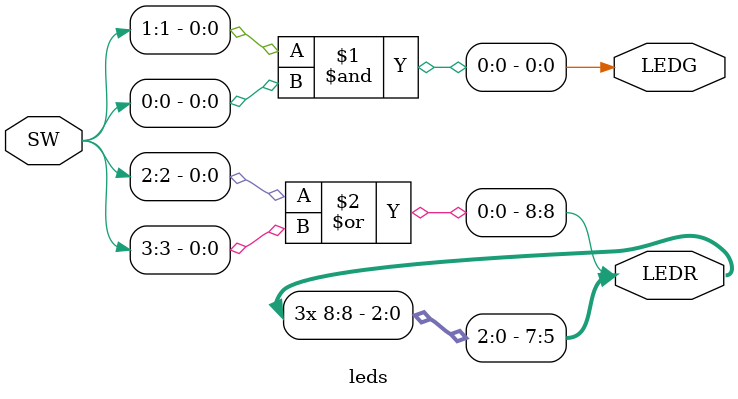
<source format=v>
module leds (input   [9:0] SW,
             output [7:0] LEDG,
	     output [9:0] LEDR);
				
	assign LEDG[0]   =  SW[1] & SW[0];
	assign LEDR[8:5] = {4{SW[2] | SW[3]}};
endmodule

</source>
